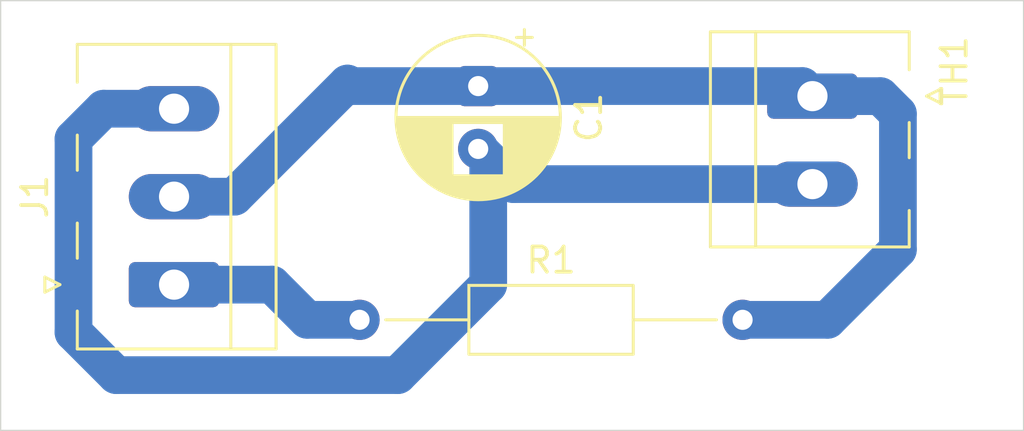
<source format=kicad_pcb>
(kicad_pcb (version 20241229) (generator "pcbnew") (generator_version "9.0")
  (layers (0 "F.Cu" signal) (2 "B.Cu" signal) (13 "F.Paste" user) (15 "B.Paste" user) (5 "F.SilkS" user "F.Silkscreen") (7 "B.SilkS" user "B.Silkscreen") (1 "F.Mask" user) (3 "B.Mask" user) (25 "Edge.Cuts" user))
  (net 0 "")
  (net 1 "Net-(J1-Pin_2)")
  (net 2 "Net-(J1-Pin_3)")
  (net 3 "Net-(J1-Pin_1)")
  (footprint "Capacitor_THT:CP_Radial_D6.3mm_P2.50mm" (layer "F.Cu") (at 129.2 60.7 -90)
    (property "Reference" "C1" (at 1.25 -4.4 90) (layer "F.SilkS"))
    (property "Value" "10uF")
    (fp_line (start 1.49 1.04) (end 1.49 3.221) (stroke (width 0.12)) (layer "F.SilkS"))
    (fp_line (start 1.53 1.04) (end 1.53 3.218) (stroke (width 0.12)) (layer "F.SilkS"))
    (fp_line (start 1.57 1.04) (end 1.57 3.214) (stroke (width 0.12)) (layer "F.SilkS"))
    (fp_line (start 1.61 1.04) (end 1.61 3.21) (stroke (width 0.12)) (layer "F.SilkS"))
    (fp_line (start 1.65 1.04) (end 1.65 3.205) (stroke (width 0.12)) (layer "F.SilkS"))
    (fp_line (start 1.69 1.04) (end 1.69 3.2) (stroke (width 0.12)) (layer "F.SilkS"))
    (fp_line (start 1.73 1.04) (end 1.73 3.195) (stroke (width 0.12)) (layer "F.SilkS"))
    (fp_line (start 1.77 1.04) (end 1.77 3.188) (stroke (width 0.12)) (layer "F.SilkS"))
    (fp_line (start 1.81 1.04) (end 1.81 3.182) (stroke (width 0.12)) (layer "F.SilkS"))
    (fp_line (start 1.85 1.04) (end 1.85 3.174) (stroke (width 0.12)) (layer "F.SilkS"))
    (fp_line (start 1.89 1.04) (end 1.89 3.167) (stroke (width 0.12)) (layer "F.SilkS"))
    (fp_line (start 1.93 1.04) (end 1.93 3.159) (stroke (width 0.12)) (layer "F.SilkS"))
    (fp_line (start 1.97 1.04) (end 1.97 3.15) (stroke (width 0.12)) (layer "F.SilkS"))
    (fp_line (start 2.01 1.04) (end 2.01 3.14) (stroke (width 0.12)) (layer "F.SilkS"))
    (fp_line (start 2.05 1.04) (end 2.05 3.131) (stroke (width 0.12)) (layer "F.SilkS"))
    (fp_line (start 2.09 1.04) (end 2.09 3.12) (stroke (width 0.12)) (layer "F.SilkS"))
    (fp_line (start 2.13 1.04) (end 2.13 3.109) (stroke (width 0.12)) (layer "F.SilkS"))
    (fp_line (start 2.17 1.04) (end 2.17 3.098) (stroke (width 0.12)) (layer "F.SilkS"))
    (fp_line (start 2.21 1.04) (end 2.21 3.086) (stroke (width 0.12)) (layer "F.SilkS"))
    (fp_line (start 2.25 1.04) (end 2.25 3.073) (stroke (width 0.12)) (layer "F.SilkS"))
    (fp_line (start 2.29 1.04) (end 2.29 3.06) (stroke (width 0.12)) (layer "F.SilkS"))
    (fp_line (start 2.33 1.04) (end 2.33 3.047) (stroke (width 0.12)) (layer "F.SilkS"))
    (fp_line (start 2.37 1.04) (end 2.37 3.032) (stroke (width 0.12)) (layer "F.SilkS"))
    (fp_line (start 2.41 1.04) (end 2.41 3.017) (stroke (width 0.12)) (layer "F.SilkS"))
    (fp_line (start 2.45 1.04) (end 2.45 3.002) (stroke (width 0.12)) (layer "F.SilkS"))
    (fp_line (start 2.49 1.04) (end 2.49 2.986) (stroke (width 0.12)) (layer "F.SilkS"))
    (fp_line (start 2.53 1.04) (end 2.53 2.969) (stroke (width 0.12)) (layer "F.SilkS"))
    (fp_line (start 2.57 1.04) (end 2.57 2.952) (stroke (width 0.12)) (layer "F.SilkS"))
    (fp_line (start 2.61 1.04) (end 2.61 2.934) (stroke (width 0.12)) (layer "F.SilkS"))
    (fp_line (start 2.65 1.04) (end 2.65 2.915) (stroke (width 0.12)) (layer "F.SilkS"))
    (fp_line (start 2.69 1.04) (end 2.69 2.896) (stroke (width 0.12)) (layer "F.SilkS"))
    (fp_line (start 2.73 1.04) (end 2.73 2.876) (stroke (width 0.12)) (layer "F.SilkS"))
    (fp_line (start 2.77 1.04) (end 2.77 2.855) (stroke (width 0.12)) (layer "F.SilkS"))
    (fp_line (start 2.81 1.04) (end 2.81 2.834) (stroke (width 0.12)) (layer "F.SilkS"))
    (fp_line (start 2.85 1.04) (end 2.85 2.812) (stroke (width 0.12)) (layer "F.SilkS"))
    (fp_line (start 2.89 1.04) (end 2.89 2.789) (stroke (width 0.12)) (layer "F.SilkS"))
    (fp_line (start 2.93 1.04) (end 2.93 2.765) (stroke (width 0.12)) (layer "F.SilkS"))
    (fp_line (start 2.97 1.04) (end 2.97 2.741) (stroke (width 0.12)) (layer "F.SilkS"))
    (fp_line (start 3.01 1.04) (end 3.01 2.716) (stroke (width 0.12)) (layer "F.SilkS"))
    (fp_line (start 3.05 1.04) (end 3.05 2.69) (stroke (width 0.12)) (layer "F.SilkS"))
    (fp_line (start 3.09 1.04) (end 3.09 2.663) (stroke (width 0.12)) (layer "F.SilkS"))
    (fp_line (start 3.13 1.04) (end 3.13 2.636) (stroke (width 0.12)) (layer "F.SilkS"))
    (fp_line (start 3.17 1.04) (end 3.17 2.607) (stroke (width 0.12)) (layer "F.SilkS"))
    (fp_line (start 3.21 1.04) (end 3.21 2.577) (stroke (width 0.12)) (layer "F.SilkS"))
    (fp_line (start 3.25 1.04) (end 3.25 2.547) (stroke (width 0.12)) (layer "F.SilkS"))
    (fp_line (start 3.29 1.04) (end 3.29 2.516) (stroke (width 0.12)) (layer "F.SilkS"))
    (fp_line (start 3.33 1.04) (end 3.33 2.483) (stroke (width 0.12)) (layer "F.SilkS"))
    (fp_line (start 3.37 1.04) (end 3.37 2.45) (stroke (width 0.12)) (layer "F.SilkS"))
    (fp_line (start 3.41 1.04) (end 3.41 2.415) (stroke (width 0.12)) (layer "F.SilkS"))
    (fp_line (start 3.45 1.04) (end 3.45 2.379) (stroke (width 0.12)) (layer "F.SilkS"))
    (fp_line (start 3.49 1.04) (end 3.49 2.342) (stroke (width 0.12)) (layer "F.SilkS"))
    (fp_line (start 3.53 1.04) (end 3.53 2.304) (stroke (width 0.12)) (layer "F.SilkS"))
    (fp_line (start 4.49 -0.402) (end 4.49 0.402) (stroke (width 0.12)) (layer "F.SilkS"))
    (fp_line (start 4.45 -0.633) (end 4.45 0.633) (stroke (width 0.12)) (layer "F.SilkS"))
    (fp_line (start 4.41 -0.801) (end 4.41 0.801) (stroke (width 0.12)) (layer "F.SilkS"))
    (fp_line (start 4.37 -0.939) (end 4.37 0.939) (stroke (width 0.12)) (layer "F.SilkS"))
    (fp_line (start 4.33 -1.058) (end 4.33 1.058) (stroke (width 0.12)) (layer "F.SilkS"))
    (fp_line (start 4.29 -1.165) (end 4.29 1.165) (stroke (width 0.12)) (layer "F.SilkS"))
    (fp_line (start 4.25 -1.261) (end 4.25 1.261) (stroke (width 0.12)) (layer "F.SilkS"))
    (fp_line (start 4.21 -1.35) (end 4.21 1.35) (stroke (width 0.12)) (layer "F.SilkS"))
    (fp_line (start 4.17 -1.432) (end 4.17 1.432) (stroke (width 0.12)) (layer "F.SilkS"))
    (fp_line (start 4.13 -1.509) (end 4.13 1.509) (stroke (width 0.12)) (layer "F.SilkS"))
    (fp_line (start 4.09 -1.581) (end 4.09 1.581) (stroke (width 0.12)) (layer "F.SilkS"))
    (fp_line (start 4.05 -1.649) (end 4.05 1.649) (stroke (width 0.12)) (layer "F.SilkS"))
    (fp_line (start 4.01 -1.714) (end 4.01 1.714) (stroke (width 0.12)) (layer "F.SilkS"))
    (fp_line (start 3.97 -1.775) (end 3.97 1.775) (stroke (width 0.12)) (layer "F.SilkS"))
    (fp_line (start 3.93 -1.834) (end 3.93 1.834) (stroke (width 0.12)) (layer "F.SilkS"))
    (fp_line (start -2.250241 -1.839) (end -1.620241 -1.839) (stroke (width 0.12)) (layer "F.SilkS"))
    (fp_line (start 3.89 -1.89) (end 3.89 1.89) (stroke (width 0.12)) (layer "F.SilkS"))
    (fp_line (start 3.85 -1.943) (end 3.85 1.943) (stroke (width 0.12)) (layer "F.SilkS"))
    (fp_line (start 3.81 -1.995) (end 3.81 1.995) (stroke (width 0.12)) (layer "F.SilkS"))
    (fp_line (start 3.77 -2.044) (end 3.77 2.044) (stroke (width 0.12)) (layer "F.SilkS"))
    (fp_line (start 3.73 -2.091) (end 3.73 2.091) (stroke (width 0.12)) (layer "F.SilkS"))
    (fp_line (start 3.69 -2.137) (end 3.69 2.137) (stroke (width 0.12)) (layer "F.SilkS"))
    (fp_line (start -1.935241 -2.154) (end -1.935241 -1.524) (stroke (width 0.12)) (layer "F.SilkS"))
    (fp_line (start 3.65 -2.181) (end 3.65 2.181) (stroke (width 0.12)) (layer "F.SilkS"))
    (fp_line (start 3.61 -2.223) (end 3.61 2.223) (stroke (width 0.12)) (layer "F.SilkS"))
    (fp_line (start 3.57 -2.264) (end 3.57 2.264) (stroke (width 0.12)) (layer "F.SilkS"))
    (fp_line (start 3.53 -2.304) (end 3.53 -1.04) (stroke (width 0.12)) (layer "F.SilkS"))
    (fp_line (start 3.49 -2.342) (end 3.49 -1.04) (stroke (width 0.12)) (layer "F.SilkS"))
    (fp_line (start 3.45 -2.379) (end 3.45 -1.04) (stroke (width 0.12)) (layer "F.SilkS"))
    (fp_line (start 3.41 -2.415) (end 3.41 -1.04) (stroke (width 0.12)) (layer "F.SilkS"))
    (fp_line (start 3.37 -2.45) (end 3.37 -1.04) (stroke (width 0.12)) (layer "F.SilkS"))
    (fp_line (start 3.33 -2.483) (end 3.33 -1.04) (stroke (width 0.12)) (layer "F.SilkS"))
    (fp_line (start 3.29 -2.516) (end 3.29 -1.04) (stroke (width 0.12)) (layer "F.SilkS"))
    (fp_line (start 3.25 -2.547) (end 3.25 -1.04) (stroke (width 0.12)) (layer "F.SilkS"))
    (fp_line (start 3.21 -2.577) (end 3.21 -1.04) (stroke (width 0.12)) (layer "F.SilkS"))
    (fp_line (start 3.17 -2.607) (end 3.17 -1.04) (stroke (width 0.12)) (layer "F.SilkS"))
    (fp_line (start 3.13 -2.636) (end 3.13 -1.04) (stroke (width 0.12)) (layer "F.SilkS"))
    (fp_line (start 3.09 -2.663) (end 3.09 -1.04) (stroke (width 0.12)) (layer "F.SilkS"))
    (fp_line (start 3.05 -2.69) (end 3.05 -1.04) (stroke (width 0.12)) (layer "F.SilkS"))
    (fp_line (start 3.01 -2.716) (end 3.01 -1.04) (stroke (width 0.12)) (layer "F.SilkS"))
    (fp_line (start 2.97 -2.741) (end 2.97 -1.04) (stroke (width 0.12)) (layer "F.SilkS"))
    (fp_line (start 2.93 -2.765) (end 2.93 -1.04) (stroke (width 0.12)) (layer "F.SilkS"))
    (fp_line (start 2.89 -2.789) (end 2.89 -1.04) (stroke (width 0.12)) (layer "F.SilkS"))
    (fp_line (start 2.85 -2.812) (end 2.85 -1.04) (stroke (width 0.12)) (layer "F.SilkS"))
    (fp_line (start 2.81 -2.834) (end 2.81 -1.04) (stroke (width 0.12)) (layer "F.SilkS"))
    (fp_line (start 2.77 -2.855) (end 2.77 -1.04) (stroke (width 0.12)) (layer "F.SilkS"))
    (fp_line (start 2.73 -2.876) (end 2.73 -1.04) (stroke (width 0.12)) (layer "F.SilkS"))
    (fp_line (start 2.69 -2.896) (end 2.69 -1.04) (stroke (width 0.12)) (layer "F.SilkS"))
    (fp_line (start 2.65 -2.915) (end 2.65 -1.04) (stroke (width 0.12)) (layer "F.SilkS"))
    (fp_line (start 2.61 -2.934) (end 2.61 -1.04) (stroke (width 0.12)) (layer "F.SilkS"))
    (fp_line (start 2.57 -2.952) (end 2.57 -1.04) (stroke (width 0.12)) (layer "F.SilkS"))
    (fp_line (start 2.53 -2.969) (end 2.53 -1.04) (stroke (width 0.12)) (layer "F.SilkS"))
    (fp_line (start 2.49 -2.986) (end 2.49 -1.04) (stroke (width 0.12)) (layer "F.SilkS"))
    (fp_line (start 2.45 -3.002) (end 2.45 -1.04) (stroke (width 0.12)) (layer "F.SilkS"))
    (fp_line (start 2.41 -3.017) (end 2.41 -1.04) (stroke (width 0.12)) (layer "F.SilkS"))
    (fp_line (start 2.37 -3.032) (end 2.37 -1.04) (stroke (width 0.12)) (layer "F.SilkS"))
    (fp_line (start 2.33 -3.047) (end 2.33 -1.04) (stroke (width 0.12)) (layer "F.SilkS"))
    (fp_line (start 2.29 -3.06) (end 2.29 -1.04) (stroke (width 0.12)) (layer "F.SilkS"))
    (fp_line (start 2.25 -3.073) (end 2.25 -1.04) (stroke (width 0.12)) (layer "F.SilkS"))
    (fp_line (start 2.21 -3.086) (end 2.21 -1.04) (stroke (width 0.12)) (layer "F.SilkS"))
    (fp_line (start 2.17 -3.098) (end 2.17 -1.04) (stroke (width 0.12)) (layer "F.SilkS"))
    (fp_line (start 2.13 -3.109) (end 2.13 -1.04) (stroke (width 0.12)) (layer "F.SilkS"))
    (fp_line (start 2.09 -3.12) (end 2.09 -1.04) (stroke (width 0.12)) (layer "F.SilkS"))
    (fp_line (start 2.05 -3.131) (end 2.05 -1.04) (stroke (width 0.12)) (layer "F.SilkS"))
    (fp_line (start 2.01 -3.14) (end 2.01 -1.04) (stroke (width 0.12)) (layer "F.SilkS"))
    (fp_line (start 1.97 -3.15) (end 1.97 -1.04) (stroke (width 0.12)) (layer "F.SilkS"))
    (fp_line (start 1.93 -3.159) (end 1.93 -1.04) (stroke (width 0.12)) (layer "F.SilkS"))
    (fp_line (start 1.89 -3.167) (end 1.89 -1.04) (stroke (width 0.12)) (layer "F.SilkS"))
    (fp_line (start 1.85 -3.174) (end 1.85 -1.04) (stroke (width 0.12)) (layer "F.SilkS"))
    (fp_line (start 1.81 -3.182) (end 1.81 -1.04) (stroke (width 0.12)) (layer "F.SilkS"))
    (fp_line (start 1.77 -3.188) (end 1.77 -1.04) (stroke (width 0.12)) (layer "F.SilkS"))
    (fp_line (start 1.73 -3.195) (end 1.73 -1.04) (stroke (width 0.12)) (layer "F.SilkS"))
    (fp_line (start 1.69 -3.2) (end 1.69 -1.04) (stroke (width 0.12)) (layer "F.SilkS"))
    (fp_line (start 1.65 -3.205) (end 1.65 -1.04) (stroke (width 0.12)) (layer "F.SilkS"))
    (fp_line (start 1.61 -3.21) (end 1.61 -1.04) (stroke (width 0.12)) (layer "F.SilkS"))
    (fp_line (start 1.57 -3.214) (end 1.57 -1.04) (stroke (width 0.12)) (layer "F.SilkS"))
    (fp_line (start 1.53 -3.218) (end 1.53 -1.04) (stroke (width 0.12)) (layer "F.SilkS"))
    (fp_line (start 1.49 -3.221) (end 1.49 -1.04) (stroke (width 0.12)) (layer "F.SilkS"))
    (fp_line (start 1.45 -3.224) (end 1.45 3.224) (stroke (width 0.12)) (layer "F.SilkS"))
    (fp_line (start 1.41 -3.226) (end 1.41 3.226) (stroke (width 0.12)) (layer "F.SilkS"))
    (fp_line (start 1.37 -3.228) (end 1.37 3.228) (stroke (width 0.12)) (layer "F.SilkS"))
    (fp_line (start 1.33 -3.229) (end 1.33 3.229) (stroke (width 0.12)) (layer "F.SilkS"))
    (fp_line (start 1.25 -3.23) (end 1.25 3.23) (stroke (width 0.12)) (layer "F.SilkS"))
    (fp_line (start 1.29 -3.23) (end 1.29 3.23) (stroke (width 0.12)) (layer "F.SilkS"))
    (fp_circle (center 1.25 0) (end 4.52 0) (stroke (width 0.12)) (fill no) (layer "F.SilkS"))
    (pad "1" thru_hole roundrect (at 0 0 270) (size 1.6 1.6) (drill 0.8) (layers "*.Cu" "*.Mask") (roundrect_rratio 0.15625) (net 1 "Net-(J1-Pin_2)"))
    (pad "2" thru_hole circle (at 2.5 0 270) (size 1.6 1.6) (drill 0.8) (layers "*.Cu" "*.Mask") (net 2 "Net-(J1-Pin_3)"))
  )
  (footprint "Resistor_THT:R_Axial_DIN0207_L6.3mm_D2.5mm_P15.24mm_Horizontal" (layer "F.Cu") (at 124.48 70)
    (property "Reference" "R1" (at 7.62 -2.37 0) (layer "F.SilkS"))
    (property "Value" "4k7")
    (fp_line (start 1.04 0) (end 4.35 0) (stroke (width 0.12)) (layer "F.SilkS"))
    (fp_line (start 14.2 0) (end 10.89 0) (stroke (width 0.12)) (layer "F.SilkS"))
    (fp_rect (start 4.35 -1.37) (end 10.89 1.37) (stroke (width 0.12)) (fill no) (layer "F.SilkS"))
    (pad "1" thru_hole circle (at 0 0) (size 1.6 1.6) (drill 0.8) (layers "*.Cu" "*.Mask") (net 3 "Net-(J1-Pin_1)"))
    (pad "2" thru_hole circle (at 15.24 0) (size 1.6 1.6) (drill 0.8) (layers "*.Cu" "*.Mask") (net 1 "Net-(J1-Pin_2)"))
  )
  (footprint "Conectores_screw:PhoenixContact_MKDS_1,5_2-1727010-1x02_P3.50mm" (layer "F.Cu") (at 145.04 61.1 -90)
    (property "Reference" "TH1" (at -1 -3.1 90) (layer "F.SilkS"))
    (property "Value" "Thermistor_NTC")
    (fp_line (start -2.56 6.6) (end 6 6.6) (stroke (width 0.12)) (layer "F.SilkS"))
    (fp_line (start 6 6.6) (end 6 -1.31) (stroke (width 0.12)) (layer "F.SilkS"))
    (fp_line (start -2.56 4.8) (end 6 4.8) (stroke (width 0.12)) (layer "F.SilkS"))
    (fp_line (start -2.56 -1.31) (end -2.56 6.6) (stroke (width 0.12)) (layer "F.SilkS"))
    (fp_line (start -2.56 -1.31) (end -1.05 -1.31) (stroke (width 0.12)) (layer "F.SilkS"))
    (fp_line (start 1.05 -1.31) (end 2.45 -1.31) (stroke (width 0.12)) (layer "F.SilkS"))
    (fp_line (start 4.55 -1.31) (end 6 -1.31) (stroke (width 0.12)) (layer "F.SilkS"))
    (fp_line (start 0 -2) (end -0.3 -2.6) (stroke (width 0.12)) (layer "F.SilkS"))
    (fp_line (start -0.3 -2.6) (end 0.3 -2.6) (stroke (width 0.12)) (layer "F.SilkS"))
    (fp_line (start 0.3 -2.6) (end 0 -2) (stroke (width 0.12)) (layer "F.SilkS"))
    (pad "1" thru_hole roundrect (at 0 2.54 270) (size 1.8 3.6) (drill 1.2) (layers "*.Cu" "*.Mask") (roundrect_rratio 0.138889) (net 1 "Net-(J1-Pin_2)"))
    (pad "2" thru_hole oval (at 3.5 2.54 270) (size 1.8 3.6) (drill 1.2) (layers "*.Cu" "*.Mask") (net 2 "Net-(J1-Pin_3)"))
  )
  (footprint "Conectores_screw:PhoenixContact_MKDS_1,5_3-19325191-1x03_P3.50mm" (layer "F.Cu") (at 114.56 68.6 90)
    (property "Reference" "J1" (at 3.5 -3 90) (layer "F.SilkS"))
    (property "Value" "Conn_01x03_Pin")
    (fp_line (start 0.3 -2.6) (end 0 -2) (stroke (width 0.12)) (layer "F.SilkS"))
    (fp_line (start -0.3 -2.6) (end 0.3 -2.6) (stroke (width 0.12)) (layer "F.SilkS"))
    (fp_line (start 0 -2) (end -0.3 -2.6) (stroke (width 0.12)) (layer "F.SilkS"))
    (fp_line (start 9.56 -1.31) (end 8.05 -1.31) (stroke (width 0.12)) (layer "F.SilkS"))
    (fp_line (start 4.55 -1.31) (end 5.95 -1.31) (stroke (width 0.12)) (layer "F.SilkS"))
    (fp_line (start 1.05 -1.31) (end 2.45 -1.31) (stroke (width 0.12)) (layer "F.SilkS"))
    (fp_line (start -2.56 -1.31) (end -1.05 -1.31) (stroke (width 0.12)) (layer "F.SilkS"))
    (fp_line (start -2.56 -1.31) (end -2.56 6.6) (stroke (width 0.12)) (layer "F.SilkS"))
    (fp_line (start -2.56 4.8) (end 9.56 4.8) (stroke (width 0.12)) (layer "F.SilkS"))
    (fp_line (start 9.56 6.6) (end 9.56 -1.31) (stroke (width 0.12)) (layer "F.SilkS"))
    (fp_line (start -2.56 6.6) (end 9.5 6.6) (stroke (width 0.12)) (layer "F.SilkS"))
    (pad "1" thru_hole roundrect (at 0 2.54 90) (size 1.8 3.6) (drill 1.2) (layers "*.Cu" "*.Mask") (roundrect_rratio 0.138889) (net 3 "Net-(J1-Pin_1)"))
    (pad "2" thru_hole oval (at 3.5 2.54 90) (size 1.8 3.6) (drill 1.2) (layers "*.Cu" "*.Mask") (net 1 "Net-(J1-Pin_2)"))
    (pad "3" thru_hole oval (at 7 2.54 90) (size 1.8 3.6) (drill 1.2) (layers "*.Cu" "*.Mask") (net 2 "Net-(J1-Pin_3)"))
  )
  (gr_rect (start 110.2 57.3) (end 150.9 74.4) (stroke (width 0.05)) (fill no) (layer "Edge.Cuts"))
  (segment (start 129.2 60.7) (end 142.1 60.7) (width 1.5) (layer "B.Cu") (net 1))
  (segment (start 124.1 60.7) (end 129.2 60.7) (width 1.5) (layer "B.Cu") (net 1))
  (segment (start 142.1 60.7) (end 142.5 61.1) (width 1.5) (layer "B.Cu") (net 1))
  (segment (start 119.5 65.1) (end 124 60.6) (width 1.5) (layer "B.Cu") (net 1))
  (segment (start 145.9 67.2) (end 145.9 61.8) (width 1.5) (layer "B.Cu") (net 1))
  (segment (start 124 60.6) (end 124.1 60.7) (width 1.5) (layer "B.Cu") (net 1))
  (segment (start 145.9 61.8) (end 145.2 61.1) (width 1.5) (layer "B.Cu") (net 1))
  (segment (start 143.1 70) (end 145.9 67.2) (width 1.5) (layer "B.Cu") (net 1))
  (segment (start 145.2 61.1) (end 142.5 61.1) (width 1.5) (layer "B.Cu") (net 1))
  (segment (start 117.1 65.1) (end 119.5 65.1) (width 1.5) (layer "B.Cu") (net 1))
  (segment (start 139.72 70) (end 143.1 70) (width 1.5) (layer "B.Cu") (net 1))
  (segment (start 114.8 72.2) (end 113.1 70.5) (width 1.5) (layer "B.Cu") (net 2))
  (segment (start 130.6 64.6) (end 129.2 63.2) (width 1.5) (layer "B.Cu") (net 2))
  (segment (start 142.5 64.6) (end 130.6 64.6) (width 1.5) (layer "B.Cu") (net 2))
  (segment (start 129.6 63.6) (end 129.6 68.6) (width 1.5) (layer "B.Cu") (net 2))
  (segment (start 126 72.2) (end 114.8 72.2) (width 1.5) (layer "B.Cu") (net 2))
  (segment (start 113.1 62.8) (end 114.3 61.6) (width 1.5) (layer "B.Cu") (net 2))
  (segment (start 114.3 61.6) (end 117.1 61.6) (width 1.5) (layer "B.Cu") (net 2))
  (segment (start 129.6 68.6) (end 126 72.2) (width 1.5) (layer "B.Cu") (net 2))
  (segment (start 129.2 63.2) (end 129.6 63.6) (width 1.5) (layer "B.Cu") (net 2))
  (segment (start 113.1 70.5) (end 113.1 62.8) (width 1.5) (layer "B.Cu") (net 2))
  (segment (start 122.4 70) (end 121 68.6) (width 1.5) (layer "B.Cu") (net 3))
  (segment (start 124.48 70) (end 122.4 70) (width 1.5) (layer "B.Cu") (net 3))
  (segment (start 121 68.6) (end 117.1 68.6) (width 1.5) (layer "B.Cu") (net 3))
)
</source>
